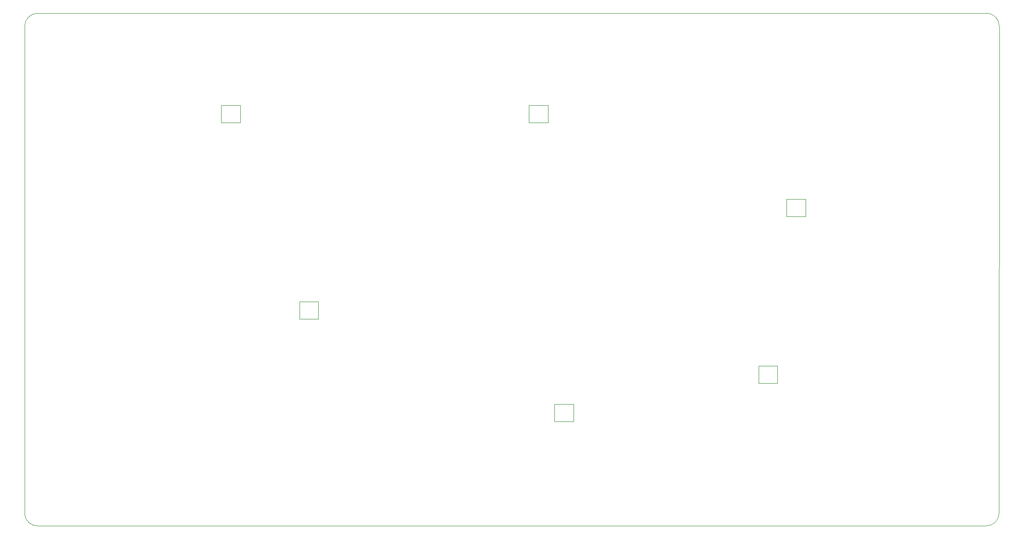
<source format=gm1>
G04 #@! TF.GenerationSoftware,KiCad,Pcbnew,7.0.7*
G04 #@! TF.CreationDate,2023-09-30T18:17:31+09:00*
G04 #@! TF.ProjectId,ind-assemble_R,696e642d-6173-4736-956d-626c655f522e,rev?*
G04 #@! TF.SameCoordinates,Original*
G04 #@! TF.FileFunction,Profile,NP*
%FSLAX46Y46*%
G04 Gerber Fmt 4.6, Leading zero omitted, Abs format (unit mm)*
G04 Created by KiCad (PCBNEW 7.0.7) date 2023-09-30 18:17:31*
%MOMM*%
%LPD*%
G01*
G04 APERTURE LIST*
G04 #@! TA.AperFunction,Profile*
%ADD10C,0.100000*%
G04 #@! TD*
G04 #@! TA.AperFunction,Profile*
%ADD11C,0.120000*%
G04 #@! TD*
G04 APERTURE END LIST*
D10*
X35568798Y-31284998D02*
G75*
G03*
X33187548Y-33666250I2J-2381252D01*
G01*
X211791202Y-31257548D02*
X35568798Y-31285000D01*
X214172452Y-33638798D02*
X214152452Y-124151202D01*
X33187548Y-33666250D02*
X33193798Y-124379952D01*
X33193799Y-124379952D02*
G75*
G03*
X35568798Y-126537192I2375001J228752D01*
G01*
X211771202Y-126532452D02*
G75*
G03*
X214152452Y-124151202I-2J2381252D01*
G01*
X35568798Y-126532452D02*
X211771202Y-126532452D01*
X214172452Y-33638798D02*
G75*
G03*
X211791202Y-31257548I-2381252J-2D01*
G01*
D11*
X174681250Y-65825000D02*
X178181250Y-65825000D01*
X174681250Y-69025000D02*
X174681250Y-65825000D01*
X178181250Y-65825000D02*
X178181250Y-69025000D01*
X178181250Y-69025000D02*
X174681250Y-69025000D01*
X131600000Y-103925000D02*
X135100000Y-103925000D01*
X131600000Y-107125000D02*
X131600000Y-103925000D01*
X135100000Y-103925000D02*
X135100000Y-107125000D01*
X135100000Y-107125000D02*
X131600000Y-107125000D01*
X126837500Y-48406250D02*
X130337500Y-48406250D01*
X126837500Y-51606250D02*
X126837500Y-48406250D01*
X130337500Y-48406250D02*
X130337500Y-51606250D01*
X130337500Y-51606250D02*
X126837500Y-51606250D01*
X169481250Y-96781250D02*
X172981250Y-96781250D01*
X169481250Y-99981250D02*
X169481250Y-96781250D01*
X172981250Y-96781250D02*
X172981250Y-99981250D01*
X172981250Y-99981250D02*
X169481250Y-99981250D01*
X84193750Y-84875000D02*
X87693750Y-84875000D01*
X84193750Y-88075000D02*
X84193750Y-84875000D01*
X87693750Y-84875000D02*
X87693750Y-88075000D01*
X87693750Y-88075000D02*
X84193750Y-88075000D01*
X69687500Y-48406250D02*
X73187500Y-48406250D01*
X69687500Y-51606250D02*
X69687500Y-48406250D01*
X73187500Y-48406250D02*
X73187500Y-51606250D01*
X73187500Y-51606250D02*
X69687500Y-51606250D01*
M02*

</source>
